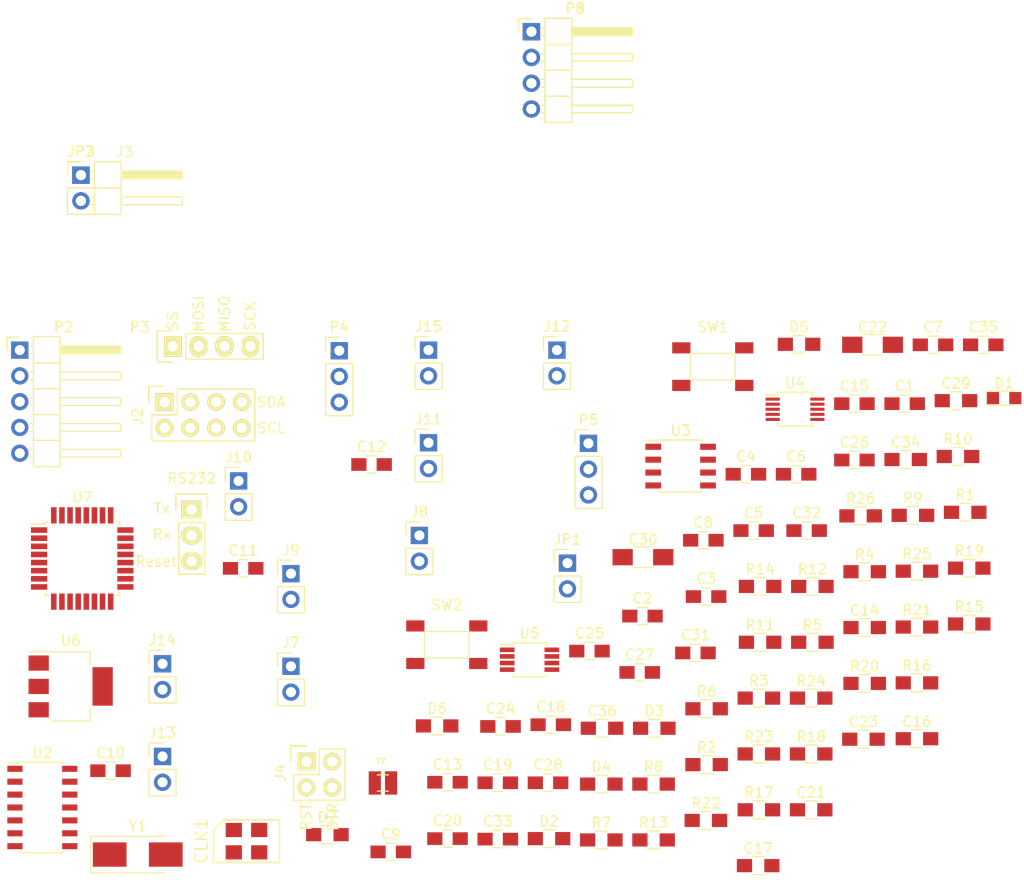
<source format=kicad_pcb>
(kicad_pcb (version 4) (host pcbnew 4.0.6)
  (layers (0 F.Cu signal) (31 B.Cu signal) (34 B.Paste user) (35 F.Paste user) (36 B.SilkS user) (37 F.SilkS user) (38 B.Mask user) (39 F.Mask user) (44 Edge.Cuts user))
  (net 0 "")
  (net 1 /RLD)
  (net 2 /REFOUT)
  (net 3 /SW)
  (net 4 "Net-(C3-Pad1)")
  (net 5 /OPAMP+)
  (net 6 /OUT_ANALOG)
  (net 7 "Net-(C5-Pad2)")
  (net 8 /REFIN)
  (net 9 /GND)
  (net 10 +vs)
  (net 11 /+12V)
  (net 12 /ADC)
  (net 13 /+5V)
  (net 14 /VDD_F)
  (net 15 /VDD)
  (net 16 "Net-(C18-Pad1)")
  (net 17 "Net-(C19-Pad1)")
  (net 18 /XTAL1)
  (net 19 /-12V)
  (net 20 /DTR)
  (net 21 /RESET)
  (net 22 "Net-(C25-Pad1)")
  (net 23 /XTAL2)
  (net 24 "Net-(C32-Pad2)")
  (net 25 "Net-(C33-Pad1)")
  (net 26 "Net-(C34-Pad1)")
  (net 27 "Net-(C36-Pad1)")
  (net 28 "Net-(CLK1-Pad1)")
  (net 29 /MCLK_DDS_1)
  (net 30 "Net-(D1-Pad2)")
  (net 31 "Net-(D2-Pad1)")
  (net 32 "Net-(D3-Pad1)")
  (net 33 "Net-(D4-Pad1)")
  (net 34 "Net-(D5-Pad1)")
  (net 35 "Net-(D6-Pad1)")
  (net 36 "Net-(D7-Pad1)")
  (net 37 /Tx)
  (net 38 /Rx)
  (net 39 /SCL)
  (net 40 /SDA)
  (net 41 "Net-(J8-Pad1)")
  (net 42 "Net-(J9-Pad1)")
  (net 43 "Net-(J10-Pad1)")
  (net 44 "Net-(J10-Pad2)")
  (net 45 "Net-(J12-Pad1)")
  (net 46 /BASE_WAVE)
  (net 47 "Net-(J13-Pad2)")
  (net 48 /WAVE_DDS_1)
  (net 49 "Net-(J15-Pad2)")
  (net 50 /SS)
  (net 51 /MOSI)
  (net 52 /MISO)
  (net 53 /SCK)
  (net 54 RA)
  (net 55 LA)
  (net 56 "Net-(R10-Pad2)")
  (net 57 /IAOUT)
  (net 58 "Net-(R13-Pad2)")
  (net 59 /SDN)
  (net 60 "Net-(JP1-Pad2)")
  (net 61 /MCLR/Vpp)
  (net 62 /O_DIG2)
  (net 63 /O_DIG1)
  (net 64 /ICSPCLK)
  (net 65 /ICSPDAT)
  (module Capacitors_SMD:C_0805_HandSoldering (layer F.Cu) (at 196.955001 72.605)
    (fp_text reference C1 (at 0 -1.75) (layer F.SilkS))
    (fp_text value 1nF)
    (pad 1 smd rect (at -1.25 0) (size 1.5 1.25) (layers F.Cu F.Paste F.Mask))
    (pad 2 smd rect (at 1.25 0) (size 1.5 1.25) (layers F.Cu F.Paste F.Mask) (net 1 /RLD))
  )
  (module Capacitors_SMD:C_0805_HandSoldering (layer F.Cu) (at 171.127619 93.525)
    (fp_text reference C2 (at 0 -1.75) (layer F.SilkS))
    (fp_text value 0.33uF)
    (pad 1 smd rect (at -1.25 0) (size 1.5 1.25) (layers F.Cu F.Paste F.Mask) (net 2 /REFOUT))
    (pad 2 smd rect (at 1.25 0) (size 1.5 1.25) (layers F.Cu F.Paste F.Mask) (net 3 /SW))
  )
  (module Capacitors_SMD:C_0805_HandSoldering (layer F.Cu) (at 177.397619 91.605)
    (fp_text reference C3 (at 0 -1.75) (layer F.SilkS))
    (fp_text value 0.33uF)
    (pad 1 smd rect (at -1.25 0) (size 1.5 1.25) (layers F.Cu F.Paste F.Mask) (net 4 "Net-(C3-Pad1)"))
    (pad 2 smd rect (at 1.25 0) (size 1.5 1.25) (layers F.Cu F.Paste F.Mask))
  )
  (module Capacitors_SMD:C_0805_HandSoldering (layer F.Cu) (at 181.315001 79.555)
    (fp_text reference C4 (at 0 -1.75) (layer F.SilkS))
    (fp_text value 10nF)
    (pad 1 smd rect (at -1.25 0) (size 1.5 1.25) (layers F.Cu F.Paste F.Mask) (net 2 /REFOUT))
    (pad 2 smd rect (at 1.25 0) (size 1.5 1.25) (layers F.Cu F.Paste F.Mask) (net 5 /OPAMP+))
  )
  (module Capacitors_SMD:C_0805_HandSoldering (layer F.Cu) (at 182.075001 85.105)
    (fp_text reference C5 (at 0 -1.75) (layer F.SilkS))
    (fp_text value 1.5nF)
    (pad 1 smd rect (at -1.25 0) (size 1.5 1.25) (layers F.Cu F.Paste F.Mask) (net 6 /OUT_ANALOG))
    (pad 2 smd rect (at 1.25 0) (size 1.5 1.25) (layers F.Cu F.Paste F.Mask) (net 7 "Net-(C5-Pad2)"))
  )
  (module Capacitors_SMD:C_0805_HandSoldering (layer F.Cu) (at 186.265001 79.555)
    (fp_text reference C6 (at 0 -1.75) (layer F.SilkS))
    (fp_text value 0.1uF)
    (pad 1 smd rect (at -1.25 0) (size 1.5 1.25) (layers F.Cu F.Paste F.Mask) (net 8 /REFIN))
    (pad 2 smd rect (at 1.25 0) (size 1.5 1.25) (layers F.Cu F.Paste F.Mask) (net 9 /GND))
  )
  (module Capacitors_SMD:C_0805_HandSoldering (layer F.Cu) (at 199.745001 66.805)
    (fp_text reference C7 (at 0 -1.75) (layer F.SilkS))
    (fp_text value 0.1uF)
    (pad 1 smd rect (at -1.25 0) (size 1.5 1.25) (layers F.Cu F.Paste F.Mask) (net 9 /GND))
    (pad 2 smd rect (at 1.25 0) (size 1.5 1.25) (layers F.Cu F.Paste F.Mask) (net 10 +vs))
  )
  (module Capacitors_SMD:C_0805_HandSoldering (layer F.Cu) (at 177.125001 86.055)
    (fp_text reference C8 (at 0 -1.75) (layer F.SilkS))
    (fp_text value 0.1uF)
    (pad 1 smd rect (at -1.25 0) (size 1.5 1.25) (layers F.Cu F.Paste F.Mask) (net 11 /+12V))
    (pad 2 smd rect (at 1.25 0) (size 1.5 1.25) (layers F.Cu F.Paste F.Mask) (net 9 /GND))
  )
  (module Capacitors_SMD:C_0805_HandSoldering (layer F.Cu) (at 146.335001 116.755)
    (fp_text reference C9 (at 0 -1.75) (layer F.SilkS))
    (fp_text value 10uF)
    (pad 1 smd rect (at -1.25 0) (size 1.5 1.25) (layers F.Cu F.Paste F.Mask) (net 11 /+12V))
    (pad 2 smd rect (at 1.25 0) (size 1.5 1.25) (layers F.Cu F.Paste F.Mask) (net 9 /GND))
  )
  (module Capacitors_SMD:C_0805_HandSoldering (layer F.Cu) (at 118.735001 108.755)
    (fp_text reference C10 (at 0 -1.75) (layer F.SilkS))
    (fp_text value 0.1uF)
    (pad 1 smd rect (at -1.25 0) (size 1.5 1.25) (layers F.Cu F.Paste F.Mask) (net 12 /ADC))
    (pad 2 smd rect (at 1.25 0) (size 1.5 1.25) (layers F.Cu F.Paste F.Mask) (net 9 /GND))
  )
  (module Capacitors_SMD:C_0805_HandSoldering (layer F.Cu) (at 131.795001 88.825)
    (fp_text reference C11 (at 0 -1.75) (layer F.SilkS))
    (fp_text value 0.1uF)
    (pad 1 smd rect (at -1.25 0) (size 1.5 1.25) (layers F.Cu F.Paste F.Mask) (net 13 /+5V))
    (pad 2 smd rect (at 1.25 0) (size 1.5 1.25) (layers F.Cu F.Paste F.Mask) (net 9 /GND))
  )
  (module Capacitors_SMD:C_0805_HandSoldering (layer F.Cu) (at 144.445001 78.595)
    (fp_text reference C12 (at 0 -1.75) (layer F.SilkS))
    (fp_text value 10uF)
    (pad 1 smd rect (at -1.25 0) (size 1.5 1.25) (layers F.Cu F.Paste F.Mask) (net 13 /+5V))
    (pad 2 smd rect (at 1.25 0) (size 1.5 1.25) (layers F.Cu F.Paste F.Mask) (net 9 /GND))
  )
  (module Capacitors_SMD:C_0805_HandSoldering (layer F.Cu) (at 151.925001 109.895)
    (fp_text reference C13 (at 0 -1.75) (layer F.SilkS))
    (fp_text value 0.1uF)
    (pad 1 smd rect (at -1.25 0) (size 1.5 1.25) (layers F.Cu F.Paste F.Mask) (net 14 /VDD_F))
    (pad 2 smd rect (at 1.25 0) (size 1.5 1.25) (layers F.Cu F.Paste F.Mask) (net 9 /GND))
  )
  (module Resistors_SMD:R_0805_HandSoldering (layer F.Cu) (at 193.015001 94.655)
    (fp_text reference C14 (at 0 -1.7) (layer F.SilkS))
    (fp_text value 0.1uF)
    (pad 1 smd rect (at -1.35 0) (size 1.5 1.3) (layers F.Cu F.Paste F.Mask) (net 15 /VDD))
    (pad 2 smd rect (at 1.35 0) (size 1.5 1.3) (layers F.Cu F.Paste F.Mask) (net 9 /GND))
  )
  (module Capacitors_SMD:C_0805_HandSoldering (layer F.Cu) (at 192.005001 72.605)
    (fp_text reference C15 (at 0 -1.75) (layer F.SilkS))
    (fp_text value 10uF)
    (pad 1 smd rect (at -1.25 0) (size 1.5 1.25) (layers F.Cu F.Paste F.Mask) (net 14 /VDD_F))
    (pad 2 smd rect (at 1.25 0) (size 1.5 1.25) (layers F.Cu F.Paste F.Mask) (net 9 /GND))
  )
  (module Resistors_SMD:R_0805_HandSoldering (layer F.Cu) (at 198.165001 105.605)
    (fp_text reference C16 (at 0 -1.7) (layer F.SilkS))
    (fp_text value 0.1uF)
    (pad 1 smd rect (at -1.35 0) (size 1.5 1.3) (layers F.Cu F.Paste F.Mask) (net 15 /VDD))
    (pad 2 smd rect (at 1.35 0) (size 1.5 1.3) (layers F.Cu F.Paste F.Mask) (net 9 /GND))
  )
  (module Resistors_SMD:R_0805_HandSoldering (layer F.Cu) (at 182.525001 118.105)
    (fp_text reference C17 (at 0 -1.7) (layer F.SilkS))
    (fp_text value 0.1uF)
    (pad 1 smd rect (at -1.35 0) (size 1.5 1.3) (layers F.Cu F.Paste F.Mask) (net 15 /VDD))
    (pad 2 smd rect (at 1.35 0) (size 1.5 1.3) (layers F.Cu F.Paste F.Mask) (net 9 /GND))
  )
  (module Capacitors_SMD:C_0805_HandSoldering (layer F.Cu) (at 162.095001 104.225)
    (fp_text reference C18 (at 0 -1.75) (layer F.SilkS))
    (fp_text value 22pF)
    (pad 1 smd rect (at -1.25 0) (size 1.5 1.25) (layers F.Cu F.Paste F.Mask) (net 16 "Net-(C18-Pad1)"))
    (pad 2 smd rect (at 1.25 0) (size 1.5 1.25) (layers F.Cu F.Paste F.Mask) (net 9 /GND))
  )
  (module Capacitors_SMD:C_0805_HandSoldering (layer F.Cu) (at 156.875001 109.945)
    (fp_text reference C19 (at 0 -1.75) (layer F.SilkS))
    (fp_text value 22pF)
    (pad 1 smd rect (at -1.25 0) (size 1.5 1.25) (layers F.Cu F.Paste F.Mask) (net 17 "Net-(C19-Pad1)"))
    (pad 2 smd rect (at 1.25 0) (size 1.5 1.25) (layers F.Cu F.Paste F.Mask) (net 9 /GND))
  )
  (module Capacitors_SMD:C_0805_HandSoldering (layer F.Cu) (at 151.925001 115.445)
    (fp_text reference C20 (at 0 -1.75) (layer F.SilkS))
    (fp_text value 0.1uF)
    (pad 1 smd rect (at -1.25 0) (size 1.5 1.25) (layers F.Cu F.Paste F.Mask) (net 15 /VDD))
    (pad 2 smd rect (at 1.25 0) (size 1.5 1.25) (layers F.Cu F.Paste F.Mask) (net 9 /GND))
  )
  (module Resistors_SMD:R_0805_HandSoldering (layer F.Cu) (at 187.745001 112.605)
    (fp_text reference C21 (at 0 -1.7) (layer F.SilkS))
    (fp_text value 8pF)
    (pad 1 smd rect (at -1.35 0) (size 1.5 1.3) (layers F.Cu F.Paste F.Mask) (net 18 /XTAL1))
    (pad 2 smd rect (at 1.35 0) (size 1.5 1.3) (layers F.Cu F.Paste F.Mask) (net 9 /GND))
  )
  (module Capacitors_SMD:C_1206_HandSoldering (layer F.Cu) (at 193.795001 66.805)
    (fp_text reference C22 (at 0 -1.75) (layer F.SilkS))
    (fp_text value 10uF)
    (pad 1 smd rect (at -2 0) (size 2 1.6) (layers F.Cu F.Paste F.Mask) (net 9 /GND))
    (pad 2 smd rect (at 2 0) (size 2 1.6) (layers F.Cu F.Paste F.Mask) (net 19 /-12V))
  )
  (module Resistors_SMD:R_0805_HandSoldering (layer F.Cu) (at 192.895001 105.655)
    (fp_text reference C23 (at 0 -1.7) (layer F.SilkS))
    (fp_text value 0.1uF)
    (pad 1 smd rect (at -1.35 0) (size 1.5 1.3) (layers F.Cu F.Paste F.Mask) (net 20 /DTR))
    (pad 2 smd rect (at 1.35 0) (size 1.5 1.3) (layers F.Cu F.Paste F.Mask) (net 21 /RESET))
  )
  (module Capacitors_SMD:C_0805_HandSoldering (layer F.Cu) (at 157.145001 104.395)
    (fp_text reference C24 (at 0 -1.75) (layer F.SilkS))
    (fp_text value 0.1uF)
    (pad 1 smd rect (at -1.25 0) (size 1.5 1.25) (layers F.Cu F.Paste F.Mask) (net 19 /-12V))
    (pad 2 smd rect (at 1.25 0) (size 1.5 1.25) (layers F.Cu F.Paste F.Mask) (net 9 /GND))
  )
  (module Capacitors_SMD:C_0805_HandSoldering (layer F.Cu) (at 165.905001 96.975)
    (fp_text reference C25 (at 0 -1.75) (layer F.SilkS))
    (fp_text value 10uF)
    (pad 1 smd rect (at -1.25 0) (size 1.5 1.25) (layers F.Cu F.Paste F.Mask) (net 22 "Net-(C25-Pad1)"))
    (pad 2 smd rect (at 1.25 0) (size 1.5 1.25) (layers F.Cu F.Paste F.Mask) (net 9 /GND))
  )
  (module Capacitors_SMD:C_0805_HandSoldering (layer F.Cu) (at 192.005001 78.155)
    (fp_text reference C26 (at 0 -1.75) (layer F.SilkS))
    (fp_text value 0.1uF)
    (pad 1 smd rect (at -1.25 0) (size 1.5 1.25) (layers F.Cu F.Paste F.Mask) (net 22 "Net-(C25-Pad1)"))
    (pad 2 smd rect (at 1.25 0) (size 1.5 1.25) (layers F.Cu F.Paste F.Mask) (net 9 /GND))
  )
  (module Capacitors_SMD:C_0805_HandSoldering (layer F.Cu) (at 170.855001 99.075)
    (fp_text reference C27 (at 0 -1.75) (layer F.SilkS))
    (fp_text value 0.1uF)
    (pad 1 smd rect (at -1.25 0) (size 1.5 1.25) (layers F.Cu F.Paste F.Mask) (net 15 /VDD))
    (pad 2 smd rect (at 1.25 0) (size 1.5 1.25) (layers F.Cu F.Paste F.Mask) (net 9 /GND))
  )
  (module Capacitors_SMD:C_0805_HandSoldering (layer F.Cu) (at 161.825001 109.945)
    (fp_text reference C28 (at 0 -1.75) (layer F.SilkS))
    (fp_text value 0.1uF)
    (pad 1 smd rect (at -1.25 0) (size 1.5 1.25) (layers F.Cu F.Paste F.Mask) (net 9 /GND))
    (pad 2 smd rect (at 1.25 0) (size 1.5 1.25) (layers F.Cu F.Paste F.Mask) (net 11 /+12V))
  )
  (module Resistors_SMD:R_0805_HandSoldering (layer F.Cu) (at 202.005001 72.305)
    (fp_text reference C29 (at 0 -1.7) (layer F.SilkS))
    (fp_text value 8pF)
    (pad 1 smd rect (at -1.35 0) (size 1.5 1.3) (layers F.Cu F.Paste F.Mask) (net 23 /XTAL2))
    (pad 2 smd rect (at 1.35 0) (size 1.5 1.3) (layers F.Cu F.Paste F.Mask) (net 9 /GND))
  )
  (module Capacitors_SMD:C_1206_HandSoldering (layer F.Cu) (at 171.175001 87.725)
    (fp_text reference C30 (at 0 -1.75) (layer F.SilkS))
    (fp_text value 10uF)
    (pad 1 smd rect (at -2 0) (size 2 1.6) (layers F.Cu F.Paste F.Mask) (net 9 /GND))
    (pad 2 smd rect (at 2 0) (size 2 1.6) (layers F.Cu F.Paste F.Mask) (net 11 /+12V))
  )
  (module Capacitors_SMD:C_0805_HandSoldering (layer F.Cu) (at 176.345001 97.155)
    (fp_text reference C31 (at 0 -1.75) (layer F.SilkS))
    (fp_text value 0.1uF)
    (pad 1 smd rect (at -1.25 0) (size 1.5 1.25) (layers F.Cu F.Paste F.Mask) (net 15 /VDD))
    (pad 2 smd rect (at 1.25 0) (size 1.5 1.25) (layers F.Cu F.Paste F.Mask) (net 9 /GND))
  )
  (module Capacitors_SMD:C_0805_HandSoldering (layer F.Cu) (at 187.297619 85.105)
    (fp_text reference C32 (at 0 -1.75) (layer F.SilkS))
    (fp_text value 0.01uF)
    (pad 1 smd rect (at -1.25 0) (size 1.5 1.25) (layers F.Cu F.Paste F.Mask) (net 15 /VDD))
    (pad 2 smd rect (at 1.25 0) (size 1.5 1.25) (layers F.Cu F.Paste F.Mask) (net 24 "Net-(C32-Pad2)"))
  )
  (module Capacitors_SMD:C_0805_HandSoldering (layer F.Cu) (at 156.875001 115.495)
    (fp_text reference C33 (at 0 -1.75) (layer F.SilkS))
    (fp_text value 20pF)
    (pad 1 smd rect (at -1.25 0) (size 1.5 1.25) (layers F.Cu F.Paste F.Mask) (net 25 "Net-(C33-Pad1)"))
    (pad 2 smd rect (at 1.25 0) (size 1.5 1.25) (layers F.Cu F.Paste F.Mask) (net 9 /GND))
  )
  (module Resistors_SMD:R_0805_HandSoldering (layer F.Cu) (at 197.055001 78.105)
    (fp_text reference C34 (at 0 -1.7) (layer F.SilkS))
    (fp_text value 0.1uF)
    (pad 1 smd rect (at -1.35 0) (size 1.5 1.3) (layers F.Cu F.Paste F.Mask) (net 26 "Net-(C34-Pad1)"))
    (pad 2 smd rect (at 1.35 0) (size 1.5 1.3) (layers F.Cu F.Paste F.Mask) (net 9 /GND))
  )
  (module Capacitors_SMD:C_0805_HandSoldering (layer F.Cu) (at 204.695001 66.805)
    (fp_text reference C35 (at 0 -1.75) (layer F.SilkS))
    (fp_text value 0.1uF)
    (pad 1 smd rect (at -1.25 0) (size 1.5 1.25) (layers F.Cu F.Paste F.Mask) (net 9 /GND))
    (pad 2 smd rect (at 1.25 0) (size 1.5 1.25) (layers F.Cu F.Paste F.Mask) (net 15 /VDD))
  )
  (module Resistors_SMD:R_0805_HandSoldering (layer F.Cu) (at 167.145001 104.575)
    (fp_text reference C36 (at 0 -1.7) (layer F.SilkS))
    (fp_text value 10uF)
    (pad 1 smd rect (at -1.35 0) (size 1.5 1.3) (layers F.Cu F.Paste F.Mask) (net 27 "Net-(C36-Pad1)"))
    (pad 2 smd rect (at 1.35 0) (size 1.5 1.3) (layers F.Cu F.Paste F.Mask) (net 9 /GND))
  )
  (module Foot_Prints_PCB_OSCILLATOR:KC5032A_Foot_Print (layer F.Cu) (at 132.125 115.697143)
    (fp_text reference CLK1 (at -4.45 0 90) (layer F.SilkS) (effects (font (size 1.2 1.2))))
    (fp_text value KC5032A)
    (pad 4 smd rect (at -1.25 -1.1) (size 1.6 1.4) (layers F.Cu F.Paste F.Mask) (net 15 /VDD))
    (pad 1 smd rect (at -1.25 1.1) (size 1.6 1.4) (layers F.Cu F.Paste F.Mask) (net 28 "Net-(CLK1-Pad1)"))
    (pad 3 smd rect (at 1.25 -1.1) (size 1.6 1.4) (layers F.Cu F.Paste F.Mask) (net 29 /MCLK_DDS_1))
    (pad 2 smd rect (at 1.25 1.1) (size 1.6 1.4) (layers F.Cu F.Paste F.Mask) (net 9 /GND))
  )
  (module LEDs:LED_0805 (layer F.Cu) (at 206.755001 72.055)
    (fp_text reference D1 (at 0 -1.45) (layer F.SilkS))
    (fp_text value LED)
    (pad 2 smd rect (at 1.1 0 180) (size 1.2 1.2) (layers F.Cu F.Paste F.Mask) (net 30 "Net-(D1-Pad2)"))
    (pad 1 smd rect (at -1.1 0 180) (size 1.2 1.2) (layers F.Cu F.Paste F.Mask) (net 9 /GND))
  )
  (module Resistors_SMD:R_0805_HandSoldering (layer F.Cu) (at 161.925001 115.445)
    (fp_text reference D2 (at 0 -1.7) (layer F.SilkS))
    (fp_text value 12V)
    (pad 1 smd rect (at -1.35 0) (size 1.5 1.3) (layers F.Cu F.Paste F.Mask) (net 31 "Net-(D2-Pad1)"))
    (pad 2 smd rect (at 1.35 0) (size 1.5 1.3) (layers F.Cu F.Paste F.Mask) (net 11 /+12V))
  )
  (module Resistors_SMD:R_0805_HandSoldering (layer F.Cu) (at 172.295001 104.575)
    (fp_text reference D3 (at 0 -1.7) (layer F.SilkS))
    (fp_text value 5V)
    (pad 1 smd rect (at -1.35 0) (size 1.5 1.3) (layers F.Cu F.Paste F.Mask) (net 32 "Net-(D3-Pad1)"))
    (pad 2 smd rect (at 1.35 0) (size 1.5 1.3) (layers F.Cu F.Paste F.Mask) (net 15 /VDD))
  )
  (module Resistors_SMD:R_0805_HandSoldering (layer F.Cu) (at 167.075001 110.075)
    (fp_text reference D4 (at 0 -1.7) (layer F.SilkS))
    (fp_text value VDD)
    (pad 1 smd rect (at -1.35 0) (size 1.5 1.3) (layers F.Cu F.Paste F.Mask) (net 33 "Net-(D4-Pad1)"))
    (pad 2 smd rect (at 1.35 0) (size 1.5 1.3) (layers F.Cu F.Paste F.Mask) (net 9 /GND))
  )
  (module Resistors_SMD:R_0805_HandSoldering (layer F.Cu) (at 186.551429 66.755)
    (fp_text reference D5 (at 0 -1.7) (layer F.SilkS))
    (fp_text value Led_0805)
    (pad 1 smd rect (at -1.35 0) (size 1.5 1.3) (layers F.Cu F.Paste F.Mask) (net 34 "Net-(D5-Pad1)"))
    (pad 2 smd rect (at 1.35 0) (size 1.5 1.3) (layers F.Cu F.Paste F.Mask) (net 9 /GND))
  )
  (module Resistors_SMD:R_0805_HandSoldering (layer F.Cu) (at 150.901429 104.345)
    (fp_text reference D6 (at 0 -1.7) (layer F.SilkS))
    (fp_text value Led_0805)
    (pad 1 smd rect (at -1.35 0) (size 1.5 1.3) (layers F.Cu F.Paste F.Mask) (net 35 "Net-(D6-Pad1)"))
    (pad 2 smd rect (at 1.35 0) (size 1.5 1.3) (layers F.Cu F.Paste F.Mask) (net 14 /VDD_F))
  )
  (module Resistors_SMD:R_0805_HandSoldering (layer F.Cu) (at 140.091429 115.055)
    (fp_text reference D7 (at 0 -1.7) (layer F.SilkS))
    (fp_text value Led_0805)
    (pad 1 smd rect (at -1.35 0) (size 1.5 1.3) (layers F.Cu F.Paste F.Mask) (net 36 "Net-(D7-Pad1)"))
    (pad 2 smd rect (at 1.35 0) (size 1.5 1.3) (layers F.Cu F.Paste F.Mask) (net 11 /+12V))
  )
  (module Foot_Prints_Manager_Outputs:RS232 (layer F.Cu) (at 126.724762 83.045)
    (fp_text reference J1)
    (fp_text value RS232 (at 0 -3.1) (layer F.SilkS))
    (fp_text user Tx (at -2.93212 -0.12192) (layer F.SilkS))
    (fp_text user Rx (at -2.93212 2.41808) (layer F.SilkS))
    (fp_text user Reset (at -3.50012 5.11048) (layer F.SilkS))
    (pad 1 thru_hole rect (at 0 0) (size 2.032 1.7272) (drill 1.016) (layers *.Cu *.Mask F.SilkS) (net 37 /Tx))
    (pad 2 thru_hole oval (at 0 2.54) (size 2.032 1.7272) (drill 1.016) (layers *.Cu *.Mask F.SilkS) (net 38 /Rx))
    (pad 3 thru_hole oval (at 0 5.08) (size 2.032 1.7272) (drill 1.016) (layers *.Cu *.Mask F.SilkS) (net 9 /GND))
  )
  (module Foot_Prints_Manager_Outputs:I2C_2X4 (layer F.Cu) (at 124.05184 72.44516)
    (fp_text reference J2 (at -2.65684 1.4224 90) (layer F.SilkS))
    (fp_text value I2C)
    (fp_text user SCL (at 10.5 2.54) (layer F.SilkS))
    (fp_text user SDA (at 10.5 0) (layer F.SilkS))
    (pad 1 thru_hole rect (at 0 0) (size 1.7272 1.7272) (drill 1.016) (layers *.Cu *.Mask F.SilkS) (net 39 /SCL))
    (pad 2 thru_hole oval (at 0 2.54) (size 1.7272 1.7272) (drill 1.016) (layers *.Cu *.Mask F.SilkS) (net 40 /SDA))
    (pad 1 thru_hole oval (at 2.54 0) (size 1.7272 1.7272) (drill 1.016) (layers *.Cu *.Mask F.SilkS) (net 39 /SCL))
    (pad 2 thru_hole oval (at 2.54 2.54) (size 1.7272 1.7272) (drill 1.016) (layers *.Cu *.Mask F.SilkS) (net 40 /SDA))
    (pad 1 thru_hole oval (at 5.08 0) (size 1.7272 1.7272) (drill 1.016) (layers *.Cu *.Mask F.SilkS) (net 39 /SCL))
    (pad 2 thru_hole oval (at 5.08 2.54) (size 1.7272 1.7272) (drill 1.016) (layers *.Cu *.Mask F.SilkS) (net 40 /SDA))
    (pad 1 thru_hole oval (at 7.62 0) (size 1.7272 1.7272) (drill 1.016) (layers *.Cu *.Mask F.SilkS) (net 39 /SCL))
    (pad 2 thru_hole oval (at 7.62 2.54) (size 1.7272 1.7272) (drill 1.016) (layers *.Cu *.Mask F.SilkS) (net 40 /SDA))
  )
  (module Foot_Prints_Manager_Outputs:RESET_CONNECTOR (layer F.Cu) (at 138.02548 107.86484)
    (fp_text reference J4 (at -2.57048 1.08712 90) (layer F.SilkS))
    (fp_text value RESET)
    (fp_text user RST (at -0.02032 5.42544 90) (layer F.SilkS))
    (fp_text user DTR (at 2.60604 5.44068 90) (layer F.SilkS))
    (pad 1 thru_hole rect (at 0 0) (size 1.7272 1.7272) (drill 1.016) (layers *.Cu *.Mask F.SilkS) (net 21 /RESET))
    (pad 1 thru_hole oval (at 0 2.54) (size 1.7272 1.7272) (drill 1.016) (layers *.Cu *.Mask F.SilkS) (net 21 /RESET))
    (pad 2 thru_hole oval (at 2.54 0) (size 1.7272 1.7272) (drill 1.016) (layers *.Cu *.Mask F.SilkS) (net 20 /DTR))
    (pad 2 thru_hole oval (at 2.54 2.54) (size 1.7272 1.7272) (drill 1.016) (layers *.Cu *.Mask F.SilkS) (net 20 /DTR))
  )
  (module Pin_Headers:Pin_Header_Straight_1x02_Pitch2.54mm (layer F.Cu) (at 163.741905 88.305)
    (fp_text reference JP1 (at 0 -2.33) (layer F.SilkS))
    (fp_text value PASO_A/D)
    (pad 1 thru_hole rect (at 0 0) (size 1.7 1.7) (drill 1) (layers *.Cu *.Mask) (net 6 /OUT_ANALOG))
    (pad 2 thru_hole oval (at 0 2.54) (size 1.7 1.7) (drill 1) (layers *.Cu *.Mask) (net 60 "Net-(JP1-Pad2)"))
  )
  (module Pin_Headers:Pin_Header_Angled_1x05_Pitch2.54mm (layer F.Cu) (at 109.795001 67.325)
    (fp_text reference P2 (at 4.315 -2.27) (layer F.SilkS))
    (fp_text value PIC_PROGRAMER)
    (pad 1 thru_hole rect (at 0 0) (size 1.7 1.7) (drill 1) (layers *.Cu *.Mask) (net 61 /MCLR/Vpp))
    (pad 2 thru_hole oval (at 0 2.54) (size 1.7 1.7) (drill 1) (layers *.Cu *.Mask) (net 15 /VDD))
    (pad 3 thru_hole oval (at 0 5.08) (size 1.7 1.7) (drill 1) (layers *.Cu *.Mask) (net 9 /GND))
    (pad 4 thru_hole oval (at 0 7.62) (size 1.7 1.7) (drill 1) (layers *.Cu *.Mask) (net 65 /ICSPDAT))
    (pad 5 thru_hole oval (at 0 10.16) (size 1.7 1.7) (drill 1) (layers *.Cu *.Mask) (net 64 /ICSPCLK))
  )
  (module Foot_Prints_Manager_Outputs:SPI_CONNECTOR (layer F.Cu) (at 124.87279 66.95492)
    (fp_text reference P3 (at -3.2766 -1.89992) (layer F.SilkS))
    (fp_text value SPI)
    (fp_text user SS (at 0 -2.5 90) (layer F.SilkS))
    (fp_text user MOSI (at 2.54 -3.2 90) (layer F.SilkS))
    (fp_text user MISO (at 5.08 -3.2 90) (layer F.SilkS))
    (fp_text user SCK (at 7.62 -3 90) (layer F.SilkS))
    (pad 1 thru_hole rect (at 0 0) (size 1.7272 2.032) (drill 1.016) (layers *.Cu *.Mask F.SilkS) (net 50 /SS))
    (pad 2 thru_hole oval (at 2.54 0) (size 1.7272 2.032) (drill 1.016) (layers *.Cu *.Mask F.SilkS) (net 51 /MOSI))
    (pad 3 thru_hole oval (at 5.08 0) (size 1.7272 2.032) (drill 1.016) (layers *.Cu *.Mask F.SilkS) (net 52 /MISO))
    (pad 4 thru_hole oval (at 7.62 0) (size 1.7272 2.032) (drill 1.016) (layers *.Cu *.Mask F.SilkS) (net 53 /SCK))
  )
  (module Pin_Headers:Pin_Header_Straight_1x03_Pitch2.54mm (layer F.Cu) (at 141.261429 67.385)
    (fp_text reference P4 (at 0 -2.33) (layer F.SilkS))
    (fp_text value AD8232_CONTROL)
    (pad 1 thru_hole rect (at 0 0) (size 1.7 1.7) (drill 1) (layers *.Cu *.Mask) (net 59 /SDN))
    (pad 2 thru_hole oval (at 0 2.54) (size 1.7 1.7) (drill 1) (layers *.Cu *.Mask))
    (pad 3 thru_hole oval (at 0 5.08) (size 1.7 1.7) (drill 1) (layers *.Cu *.Mask))
  )
  (module Pin_Headers:Pin_Header_Straight_1x03_Pitch2.54mm (layer F.Cu) (at 165.808571 76.515)
    (fp_text reference P5 (at 0 -2.33) (layer F.SilkS))
    (fp_text value PIC_OUTPUTS)
    (pad 1 thru_hole rect (at 0 0) (size 1.7 1.7) (drill 1) (layers *.Cu *.Mask) (net 9 /GND))
    (pad 2 thru_hole oval (at 0 2.54) (size 1.7 1.7) (drill 1) (layers *.Cu *.Mask) (net 63 /O_DIG1))
    (pad 3 thru_hole oval (at 0 5.08) (size 1.7 1.7) (drill 1) (layers *.Cu *.Mask) (net 62 /O_DIG2))
  )
  (module Resistors_SMD:R_0805_HandSoldering (layer F.Cu) (at 202.915001 83.305)
    (fp_text reference R1 (at 0 -1.7) (layer F.SilkS))
    (fp_text value 10M)
    (pad 1 smd rect (at -1.35 0) (size 1.5 1.3) (layers F.Cu F.Paste F.Mask) (net 15 /VDD))
    (pad 2 smd rect (at 1.35 0) (size 1.5 1.3) (layers F.Cu F.Paste F.Mask) (net 54 RA))
  )
  (module Resistors_SMD:R_0805_HandSoldering (layer F.Cu) (at 177.445001 108.155)
    (fp_text reference R2 (at 0 -1.7) (layer F.SilkS))
    (fp_text value 1K)
    (pad 1 smd rect (at -1.35 0) (size 1.5 1.3) (layers F.Cu F.Paste F.Mask) (net 6 /OUT_ANALOG))
    (pad 2 smd rect (at 1.35 0) (size 1.5 1.3) (layers F.Cu F.Paste F.Mask) (net 30 "Net-(D1-Pad2)"))
  )
  (module Resistors_SMD:R_0805_HandSoldering (layer F.Cu) (at 182.595001 101.605)
    (fp_text reference R3 (at 0 -1.7) (layer F.SilkS))
    (fp_text value 360K)
    (pad 1 smd rect (at -1.35 0) (size 1.5 1.3) (layers F.Cu F.Paste F.Mask))
    (pad 2 smd rect (at 1.35 0) (size 1.5 1.3) (layers F.Cu F.Paste F.Mask) (net 1 /RLD))
  )
  (module Resistors_SMD:R_0805_HandSoldering (layer F.Cu) (at 193.015001 89.155)
    (fp_text reference R4 (at 0 -1.7) (layer F.SilkS))
    (fp_text value 10M)
    (pad 1 smd rect (at -1.35 0) (size 1.5 1.3) (layers F.Cu F.Paste F.Mask) (net 15 /VDD))
    (pad 2 smd rect (at 1.35 0) (size 1.5 1.3) (layers F.Cu F.Paste F.Mask) (net 55 LA))
  )
  (module Resistors_SMD:R_0805_HandSoldering (layer F.Cu) (at 187.865001 96.105)
    (fp_text reference R5 (at 0 -1.7) (layer F.SilkS))
    (fp_text value 180K)
    (pad 1 smd rect (at -1.35 0) (size 1.5 1.3) (layers F.Cu F.Paste F.Mask) (net 55 LA))
    (pad 2 smd rect (at 1.35 0) (size 1.5 1.3) (layers F.Cu F.Paste F.Mask))
  )
  (module Resistors_SMD:R_0805_HandSoldering (layer F.Cu) (at 177.445001 102.655)
    (fp_text reference R6 (at 0 -1.7) (layer F.SilkS))
    (fp_text value 180K)
    (pad 1 smd rect (at -1.35 0) (size 1.5 1.3) (layers F.Cu F.Paste F.Mask) (net 54 RA))
    (pad 2 smd rect (at 1.35 0) (size 1.5 1.3) (layers F.Cu F.Paste F.Mask))
  )
  (module Resistors_SMD:R_0805_HandSoldering (layer F.Cu) (at 167.075001 115.575)
    (fp_text reference R7 (at 0 -1.7) (layer F.SilkS))
    (fp_text value 1.4M)
    (pad 1 smd rect (at -1.35 0) (size 1.5 1.3) (layers F.Cu F.Paste F.Mask) (net 56 "Net-(R10-Pad2)"))
    (pad 2 smd rect (at 1.35 0) (size 1.5 1.3) (layers F.Cu F.Paste F.Mask) (net 3 /SW))
  )
  (module Resistors_SMD:R_0805_HandSoldering (layer F.Cu) (at 172.225001 110.075)
    (fp_text reference R8 (at 0 -1.7) (layer F.SilkS))
    (fp_text value 10M)
    (pad 1 smd rect (at -1.35 0) (size 1.5 1.3) (layers F.Cu F.Paste F.Mask) (net 56 "Net-(R10-Pad2)"))
    (pad 2 smd rect (at 1.35 0) (size 1.5 1.3) (layers F.Cu F.Paste F.Mask) (net 4 "Net-(C3-Pad1)"))
  )
  (module Resistors_SMD:R_0805_HandSoldering (layer F.Cu) (at 197.765001 83.605)
    (fp_text reference R9 (at 0 -1.7) (layer F.SilkS))
    (fp_text value 1M)
    (pad 1 smd rect (at -1.35 0) (size 1.5 1.3) (layers F.Cu F.Paste F.Mask) (net 57 /IAOUT))
    (pad 2 smd rect (at 1.35 0) (size 1.5 1.3) (layers F.Cu F.Paste F.Mask) (net 7 "Net-(C5-Pad2)"))
  )
  (module Resistors_SMD:R_0805_HandSoldering (layer F.Cu) (at 202.205001 77.805)
    (fp_text reference R10 (at 0 -1.7) (layer F.SilkS))
    (fp_text value 10M)
    (pad 1 smd rect (at -1.35 0) (size 1.5 1.3) (layers F.Cu F.Paste F.Mask) (net 57 /IAOUT))
    (pad 2 smd rect (at 1.35 0) (size 1.5 1.3) (layers F.Cu F.Paste F.Mask) (net 56 "Net-(R10-Pad2)"))
  )
  (module Resistors_SMD:R_0805_HandSoldering (layer F.Cu) (at 182.715001 96.105)
    (fp_text reference R11 (at 0 -1.7) (layer F.SilkS))
    (fp_text value 1M)
    (pad 1 smd rect (at -1.35 0) (size 1.5 1.3) (layers F.Cu F.Paste F.Mask) (net 5 /OPAMP+))
    (pad 2 smd rect (at 1.35 0) (size 1.5 1.3) (layers F.Cu F.Paste F.Mask) (net 7 "Net-(C5-Pad2)"))
  )
  (module Resistors_SMD:R_0805_HandSoldering (layer F.Cu) (at 187.865001 90.605)
    (fp_text reference R12 (at 0 -1.7) (layer F.SilkS))
    (fp_text value 10M)
    (pad 1 smd rect (at -1.35 0) (size 1.5 1.3) (layers F.Cu F.Paste F.Mask) (net 10 +vs))
    (pad 2 smd rect (at 1.35 0) (size 1.5 1.3) (layers F.Cu F.Paste F.Mask) (net 8 /REFIN))
  )
  (module Resistors_SMD:R_0805_HandSoldering (layer F.Cu) (at 172.225001 115.575)
    (fp_text reference R13 (at 0 -1.7) (layer F.SilkS))
    (fp_text value 100K)
    (pad 1 smd rect (at -1.35 0) (size 1.5 1.3) (layers F.Cu F.Paste F.Mask) (net 2 /REFOUT))
    (pad 2 smd rect (at 1.35 0) (size 1.5 1.3) (layers F.Cu F.Paste F.Mask) (net 58 "Net-(R13-Pad2)"))
  )
  (module Resistors_SMD:R_0805_HandSoldering (layer F.Cu) (at 182.715001 90.605)
    (fp_text reference R14 (at 0 -1.7) (layer F.SilkS))
    (fp_text value 10M)
    (pad 1 smd rect (at -1.35 0) (size 1.5 1.3) (layers F.Cu F.Paste F.Mask) (net 8 /REFIN))
    (pad 2 smd rect (at 1.35 0) (size 1.5 1.3) (layers F.Cu F.Paste F.Mask) (net 9 /GND))
  )
  (module Resistors_SMD:R_0805_HandSoldering (layer F.Cu) (at 203.315001 94.305)
    (fp_text reference R15 (at 0 -1.7) (layer F.SilkS))
    (fp_text value 1M)
    (pad 1 smd rect (at -1.35 0) (size 1.5 1.3) (layers F.Cu F.Paste F.Mask) (net 58 "Net-(R13-Pad2)"))
    (pad 2 smd rect (at 1.35 0) (size 1.5 1.3) (layers F.Cu F.Paste F.Mask) (net 6 /OUT_ANALOG))
  )
  (module Resistors_SMD:R_0805_HandSoldering (layer F.Cu) (at 198.165001 100.105)
    (fp_text reference R16 (at 0 -1.7) (layer F.SilkS))
    (fp_text value 10K)
    (pad 1 smd rect (at -1.35 0) (size 1.5 1.3) (layers F.Cu F.Paste F.Mask) (net 59 /SDN))
    (pad 2 smd rect (at 1.35 0) (size 1.5 1.3) (layers F.Cu F.Paste F.Mask) (net 15 /VDD))
  )
  (module Resistors_SMD:R_0805_HandSoldering (layer F.Cu) (at 182.595001 112.605)
    (fp_text reference R17 (at 0 -1.7) (layer F.SilkS))
    (fp_text value 1K)
    (pad 1 smd rect (at -1.35 0) (size 1.5 1.3) (layers F.Cu F.Paste F.Mask) (net 12 /ADC))
    (pad 2 smd rect (at 1.35 0) (size 1.5 1.3) (layers F.Cu F.Paste F.Mask) (net 60 "Net-(JP1-Pad2)"))
  )
  (module Resistors_SMD:R_0805_HandSoldering (layer F.Cu) (at 187.745001 107.105)
    (fp_text reference R18 (at 0 -1.7) (layer F.SilkS))
    (fp_text value 1K)
    (pad 1 smd rect (at -1.35 0) (size 1.5 1.3) (layers F.Cu F.Paste F.Mask) (net 9 /GND))
    (pad 2 smd rect (at 1.35 0) (size 1.5 1.3) (layers F.Cu F.Paste F.Mask) (net 31 "Net-(D2-Pad1)"))
  )
  (module Resistors_SMD:R_0805_HandSoldering (layer F.Cu) (at 203.315001 88.805)
    (fp_text reference R19 (at 0 -1.7) (layer F.SilkS))
    (fp_text value 1K)
    (pad 1 smd rect (at -1.35 0) (size 1.5 1.3) (layers F.Cu F.Paste F.Mask) (net 9 /GND))
    (pad 2 smd rect (at 1.35 0) (size 1.5 1.3) (layers F.Cu F.Paste F.Mask) (net 32 "Net-(D3-Pad1)"))
  )
  (module Resistors_SMD:R_0805_HandSoldering (layer F.Cu) (at 193.015001 100.155)
    (fp_text reference R20 (at 0 -1.7) (layer F.SilkS))
    (fp_text value 1K)
    (pad 1 smd rect (at -1.35 0) (size 1.5 1.3) (layers F.Cu F.Paste F.Mask) (net 19 /-12V))
    (pad 2 smd rect (at 1.35 0) (size 1.5 1.3) (layers F.Cu F.Paste F.Mask) (net 33 "Net-(D4-Pad1)"))
  )
  (module Resistors_SMD:R_0805_HandSoldering (layer F.Cu) (at 198.165001 94.605)
    (fp_text reference R21 (at 0 -1.7) (layer F.SilkS))
    (fp_text value 10K)
    (pad 1 smd rect (at -1.35 0) (size 1.5 1.3) (layers F.Cu F.Paste F.Mask) (net 9 /GND))
    (pad 2 smd rect (at 1.35 0) (size 1.5 1.3) (layers F.Cu F.Paste F.Mask) (net 28 "Net-(CLK1-Pad1)"))
  )
  (module Resistors_SMD:R_0805_HandSoldering (layer F.Cu) (at 177.375001 113.655)
    (fp_text reference R22 (at 0 -1.7) (layer F.SilkS))
    (fp_text value 1K)
    (pad 1 smd rect (at -1.35 0) (size 1.5 1.3) (layers F.Cu F.Paste F.Mask) (net 9 /GND))
    (pad 2 smd rect (at 1.35 0) (size 1.5 1.3) (layers F.Cu F.Paste F.Mask) (net 35 "Net-(D6-Pad1)"))
  )
  (module Resistors_SMD:R_0805_HandSoldering (layer F.Cu) (at 182.595001 107.105)
    (fp_text reference R23 (at 0 -1.7) (layer F.SilkS))
    (fp_text value 1K)
    (pad 1 smd rect (at -1.35 0) (size 1.5 1.3) (layers F.Cu F.Paste F.Mask) (net 9 /GND))
    (pad 2 smd rect (at 1.35 0) (size 1.5 1.3) (layers F.Cu F.Paste F.Mask) (net 36 "Net-(D7-Pad1)"))
  )
  (module Resistors_SMD:R_0805_HandSoldering (layer F.Cu) (at 187.745001 101.605)
    (fp_text reference R24 (at 0 -1.7) (layer F.SilkS))
    (fp_text value 1K)
    (pad 1 smd rect (at -1.35 0) (size 1.5 1.3) (layers F.Cu F.Paste F.Mask) (net 19 /-12V))
    (pad 2 smd rect (at 1.35 0) (size 1.5 1.3) (layers F.Cu F.Paste F.Mask) (net 34 "Net-(D5-Pad1)"))
  )
  (module Resistors_SMD:R_0805_HandSoldering (layer F.Cu) (at 198.165001 89.105)
    (fp_text reference R25 (at 0 -1.7) (layer F.SilkS))
    (fp_text value 10K)
    (pad 1 smd rect (at -1.35 0) (size 1.5 1.3) (layers F.Cu F.Paste F.Mask) (net 15 /VDD))
    (pad 2 smd rect (at 1.35 0) (size 1.5 1.3) (layers F.Cu F.Paste F.Mask) (net 21 /RESET))
  )
  (module Resistors_SMD:R_0805_HandSoldering (layer F.Cu) (at 192.615001 83.655)
    (fp_text reference R26 (at 0 -1.7) (layer F.SilkS))
    (fp_text value 10K)
    (pad 1 smd rect (at -1.35 0) (size 1.5 1.3) (layers F.Cu F.Paste F.Mask) (net 15 /VDD))
    (pad 2 smd rect (at 1.35 0) (size 1.5 1.3) (layers F.Cu F.Paste F.Mask) (net 61 /MCLR/Vpp))
  )
  (module Huellas:KPT_1187B (layer F.Cu) (at 178.055001 68.955)
    (fp_text reference SW1 (at 0 -3.9) (layer F.SilkS))
    (fp_text value SW_Push)
    (pad 1 smd rect (at 3.1 -1.85) (size 1.8 1.1) (layers F.Cu F.Paste F.Mask) (net 21 /RESET))
    (pad 1 smd rect (at -3.1 -1.85) (size 1.8 1.1) (layers F.Cu F.Paste F.Mask) (net 21 /RESET))
    (pad 2 smd rect (at -3.1 1.85) (size 1.8 1.1) (layers F.Cu F.Paste F.Mask) (net 9 /GND))
    (pad 2 smd rect (at 3.1 1.85) (size 1.8 1.1) (layers F.Cu F.Paste F.Mask) (net 9 /GND))
  )
  (module Huellas:KPT_1187B (layer F.Cu) (at 151.855001 96.345)
    (fp_text reference SW2 (at 0 -3.9) (layer F.SilkS))
    (fp_text value RESET_PIC)
    (pad 1 smd rect (at 3.1 -1.85) (size 1.8 1.1) (layers F.Cu F.Paste F.Mask) (net 9 /GND))
    (pad 1 smd rect (at -3.1 -1.85) (size 1.8 1.1) (layers F.Cu F.Paste F.Mask) (net 9 /GND))
    (pad 2 smd rect (at -3.1 1.85) (size 1.8 1.1) (layers F.Cu F.Paste F.Mask) (net 61 /MCLR/Vpp))
    (pad 2 smd rect (at 3.1 1.85) (size 1.8 1.1) (layers F.Cu F.Paste F.Mask) (net 61 /MCLR/Vpp))
  )
  (module Housings_SOIC:SOIC-14_3.9x8.7mm_Pitch1.27mm (layer F.Cu) (at 112.017619 112.38)
    (fp_text reference U2 (at 0 -5.375) (layer F.SilkS))
    (fp_text value PIC16F688)
    (pad 1 smd rect (at -2.7 -3.81) (size 1.5 0.6) (layers F.Cu F.Paste F.Mask) (net 15 /VDD))
    (pad 2 smd rect (at -2.7 -2.54) (size 1.5 0.6) (layers F.Cu F.Paste F.Mask) (net 16 "Net-(C18-Pad1)"))
    (pad 3 smd rect (at -2.7 -1.27) (size 1.5 0.6) (layers F.Cu F.Paste F.Mask) (net 17 "Net-(C19-Pad1)"))
    (pad 4 smd rect (at -2.7 0) (size 1.5 0.6) (layers F.Cu F.Paste F.Mask) (net 61 /MCLR/Vpp))
    (pad 5 smd rect (at -2.7 1.27) (size 1.5 0.6) (layers F.Cu F.Paste F.Mask))
    (pad 6 smd rect (at -2.7 2.54) (size 1.5 0.6) (layers F.Cu F.Paste F.Mask))
    (pad 7 smd rect (at -2.7 3.81) (size 1.5 0.6) (layers F.Cu F.Paste F.Mask) (net 62 /O_DIG2))
    (pad 8 smd rect (at 2.7 3.81) (size 1.5 0.6) (layers F.Cu F.Paste F.Mask) (net 63 /O_DIG1))
    (pad 9 smd rect (at 2.7 2.54) (size 1.5 0.6) (layers F.Cu F.Paste F.Mask))
    (pad 10 smd rect (at 2.7 1.27) (size 1.5 0.6) (layers F.Cu F.Paste F.Mask))
    (pad 11 smd rect (at 2.7 0) (size 1.5 0.6) (layers F.Cu F.Paste F.Mask) (net 12 /ADC))
    (pad 12 smd rect (at 2.7 -1.27) (size 1.5 0.6) (layers F.Cu F.Paste F.Mask) (net 64 /ICSPCLK))
    (pad 13 smd rect (at 2.7 -2.54) (size 1.5 0.6) (layers F.Cu F.Paste F.Mask) (net 65 /ICSPDAT))
    (pad 14 smd rect (at 2.7 -3.81) (size 1.5 0.6) (layers F.Cu F.Paste F.Mask) (net 9 /GND))
  )
  (module Housings_SOIC:SOIC-8_3.9x4.9mm_Pitch1.27mm (layer F.Cu) (at 174.885001 78.755)
    (fp_text reference U3 (at 0 -3.5) (layer F.SilkS))
    (fp_text value AD8421)
    (pad 1 smd rect (at -2.7 -1.905) (size 1.55 0.6) (layers F.Cu F.Paste F.Mask) (net 9 /GND))
    (pad 2 smd rect (at -2.7 -0.635) (size 1.55 0.6) (layers F.Cu F.Paste F.Mask) (net 41 "Net-(J8-Pad1)"))
    (pad 3 smd rect (at -2.7 0.635) (size 1.55 0.6) (layers F.Cu F.Paste F.Mask) (net 42 "Net-(J9-Pad1)"))
    (pad 4 smd rect (at -2.7 1.905) (size 1.55 0.6) (layers F.Cu F.Paste F.Mask) (net 48 /WAVE_DDS_1))
    (pad 5 smd rect (at 2.7 1.905) (size 1.55 0.6) (layers F.Cu F.Paste F.Mask) (net 19 /-12V))
    (pad 6 smd rect (at 2.7 0.635) (size 1.55 0.6) (layers F.Cu F.Paste F.Mask) (net 45 "Net-(J12-Pad1)"))
    (pad 7 smd rect (at 2.7 -0.635) (size 1.55 0.6) (layers F.Cu F.Paste F.Mask) (net 47 "Net-(J13-Pad2)"))
    (pad 8 smd rect (at 2.7 -1.905) (size 1.55 0.6) (layers F.Cu F.Paste F.Mask) (net 11 /+12V))
  )
  (module Housings_SSOP:MSOP-10_3x3mm_Pitch0.5mm (layer F.Cu) (at 186.155001 73.155)
    (fp_text reference U4 (at 0 -2.6) (layer F.SilkS))
    (fp_text value AD9833)
    (pad 1 smd rect (at -2.2 -1) (size 1.4 0.3) (layers F.Cu F.Paste F.Mask) (net 24 "Net-(C32-Pad2)"))
    (pad 2 smd rect (at -2.2 -0.5) (size 1.4 0.3) (layers F.Cu F.Paste F.Mask) (net 15 /VDD))
    (pad 3 smd rect (at -2.2 0) (size 1.4 0.3) (layers F.Cu F.Paste F.Mask) (net 22 "Net-(C25-Pad1)"))
    (pad 4 smd rect (at -2.2 0.5) (size 1.4 0.3) (layers F.Cu F.Paste F.Mask) (net 9 /GND))
    (pad 5 smd rect (at -2.2 1) (size 1.4 0.3) (layers F.Cu F.Paste F.Mask) (net 43 "Net-(J10-Pad1)"))
    (pad 6 smd rect (at 2.2 1) (size 1.4 0.3) (layers F.Cu F.Paste F.Mask))
    (pad 7 smd rect (at 2.2 0.5) (size 1.4 0.3) (layers F.Cu F.Paste F.Mask))
    (pad 8 smd rect (at 2.2 0) (size 1.4 0.3) (layers F.Cu F.Paste F.Mask))
    (pad 9 smd rect (at 2.2 -0.5) (size 1.4 0.3) (layers F.Cu F.Paste F.Mask) (net 9 /GND))
    (pad 10 smd rect (at 2.2 -1) (size 1.4 0.3) (layers F.Cu F.Paste F.Mask) (net 25 "Net-(C33-Pad1)"))
  )
  (module Housings_SSOP:MSOP-8_3x3mm_Pitch0.65mm (layer F.Cu) (at 160.005001 97.825)
    (fp_text reference U5 (at 0 -2.6) (layer F.SilkS))
    (fp_text value ADG819)
    (pad 1 smd rect (at -2.2 -0.975) (size 1.45 0.45) (layers F.Cu F.Paste F.Mask) (net 49 "Net-(J15-Pad2)"))
    (pad 2 smd rect (at -2.2 -0.325) (size 1.45 0.45) (layers F.Cu F.Paste F.Mask) (net 9 /GND))
    (pad 3 smd rect (at -2.2 0.325) (size 1.45 0.45) (layers F.Cu F.Paste F.Mask) (net 9 /GND))
    (pad 4 smd rect (at -2.2 0.975) (size 1.45 0.45) (layers F.Cu F.Paste F.Mask) (net 15 /VDD))
    (pad 5 smd rect (at 2.2 0.975) (size 1.45 0.45) (layers F.Cu F.Paste F.Mask))
    (pad 6 smd rect (at 2.2 0.325) (size 1.45 0.45) (layers F.Cu F.Paste F.Mask))
    (pad 7 smd rect (at 2.2 -0.325) (size 1.45 0.45) (layers F.Cu F.Paste F.Mask))
    (pad 8 smd rect (at 2.2 -0.975) (size 1.45 0.45) (layers F.Cu F.Paste F.Mask) (net 46 /BASE_WAVE))
  )
  (module TO_SOT_Packages_SMD:SOT-223 (layer F.Cu) (at 114.803333 100.455)
    (fp_text reference U6 (at 0 -4.5) (layer F.SilkS))
    (fp_text value LD1117S33TR_MIO)
    (pad 4 smd rect (at 3.15 0) (size 2 3.8) (layers F.Cu F.Paste F.Mask))
    (pad 2 smd rect (at -3.15 0) (size 2 1.5) (layers F.Cu F.Paste F.Mask) (net 27 "Net-(C36-Pad1)"))
    (pad 3 smd rect (at -3.15 2.3) (size 2 1.5) (layers F.Cu F.Paste F.Mask) (net 26 "Net-(C34-Pad1)"))
    (pad 1 smd rect (at -3.15 -2.3) (size 2 1.5) (layers F.Cu F.Paste F.Mask) (net 9 /GND))
  )
  (module Housings_QFP:TQFP-32_7x7mm_Pitch0.8mm (layer F.Cu) (at 115.94619 87.855)
    (fp_text reference U7 (at 0 -6.05) (layer F.SilkS))
    (fp_text value ATMEGA328P-AU_MIO)
    (pad 1 smd rect (at -4.25 -2.8) (size 1.6 0.55) (layers F.Cu F.Paste F.Mask))
    (pad 2 smd rect (at -4.25 -2) (size 1.6 0.55) (layers F.Cu F.Paste F.Mask))
    (pad 3 smd rect (at -4.25 -1.2) (size 1.6 0.55) (layers F.Cu F.Paste F.Mask) (net 9 /GND))
    (pad 4 smd rect (at -4.25 -0.4) (size 1.6 0.55) (layers F.Cu F.Paste F.Mask) (net 15 /VDD))
    (pad 5 smd rect (at -4.25 0.4) (size 1.6 0.55) (layers F.Cu F.Paste F.Mask) (net 9 /GND))
    (pad 6 smd rect (at -4.25 1.2) (size 1.6 0.55) (layers F.Cu F.Paste F.Mask) (net 15 /VDD))
    (pad 7 smd rect (at -4.25 2) (size 1.6 0.55) (layers F.Cu F.Paste F.Mask) (net 18 /XTAL1))
    (pad 8 smd rect (at -4.25 2.8) (size 1.6 0.55) (layers F.Cu F.Paste F.Mask) (net 23 /XTAL2))
    (pad 9 smd rect (at -2.8 4.25 90) (size 1.6 0.55) (layers F.Cu F.Paste F.Mask))
    (pad 10 smd rect (at -2 4.25 90) (size 1.6 0.55) (layers F.Cu F.Paste F.Mask))
    (pad 11 smd rect (at -1.2 4.25 90) (size 1.6 0.55) (layers F.Cu F.Paste F.Mask))
    (pad 12 smd rect (at -0.4 4.25 90) (size 1.6 0.55) (layers F.Cu F.Paste F.Mask))
    (pad 13 smd rect (at 0.4 4.25 90) (size 1.6 0.55) (layers F.Cu F.Paste F.Mask))
    (pad 14 smd rect (at 1.2 4.25 90) (size 1.6 0.55) (layers F.Cu F.Paste F.Mask) (net 50 /SS))
    (pad 15 smd rect (at 2 4.25 90) (size 1.6 0.55) (layers F.Cu F.Paste F.Mask) (net 51 /MOSI))
    (pad 16 smd rect (at 2.8 4.25 90) (size 1.6 0.55) (layers F.Cu F.Paste F.Mask) (net 52 /MISO))
    (pad 17 smd rect (at 4.25 2.8) (size 1.6 0.55) (layers F.Cu F.Paste F.Mask) (net 53 /SCK))
    (pad 18 smd rect (at 4.25 2) (size 1.6 0.55) (layers F.Cu F.Paste F.Mask) (net 15 /VDD))
    (pad 19 smd rect (at 4.25 1.2) (size 1.6 0.55) (layers F.Cu F.Paste F.Mask))
    (pad 20 smd rect (at 4.25 0.4) (size 1.6 0.55) (layers F.Cu F.Paste F.Mask))
    (pad 21 smd rect (at 4.25 -0.4) (size 1.6 0.55) (layers F.Cu F.Paste F.Mask) (net 9 /GND))
    (pad 22 smd rect (at 4.25 -1.2) (size 1.6 0.55) (layers F.Cu F.Paste F.Mask))
    (pad 23 smd rect (at 4.25 -2) (size 1.6 0.55) (layers F.Cu F.Paste F.Mask))
    (pad 24 smd rect (at 4.25 -2.8) (size 1.6 0.55) (layers F.Cu F.Paste F.Mask))
    (pad 25 smd rect (at 2.8 -4.25 90) (size 1.6 0.55) (layers F.Cu F.Paste F.Mask))
    (pad 26 smd rect (at 2 -4.25 90) (size 1.6 0.55) (layers F.Cu F.Paste F.Mask))
    (pad 27 smd rect (at 1.2 -4.25 90) (size 1.6 0.55) (layers F.Cu F.Paste F.Mask) (net 40 /SDA))
    (pad 28 smd rect (at 0.4 -4.25 90) (size 1.6 0.55) (layers F.Cu F.Paste F.Mask) (net 39 /SCL))
    (pad 29 smd rect (at -0.4 -4.25 90) (size 1.6 0.55) (layers F.Cu F.Paste F.Mask) (net 21 /RESET))
    (pad 30 smd rect (at -1.2 -4.25 90) (size 1.6 0.55) (layers F.Cu F.Paste F.Mask) (net 38 /Rx))
    (pad 31 smd rect (at -2 -4.25 90) (size 1.6 0.55) (layers F.Cu F.Paste F.Mask) (net 37 /Tx))
    (pad 32 smd rect (at -2.8 -4.25 90) (size 1.6 0.55) (layers F.Cu F.Paste F.Mask))
  )
  (module Crystals:Crystal_SMD_Abracon_ABM3-2pin_5.0x3.2mm_HandSoldering (layer F.Cu) (at 121.412382 117.015)
    (fp_text reference Y1 (at 0 -2.8) (layer F.SilkS))
    (fp_text value Crystal_8MHz)
    (pad 1 smd rect (at -2.7625 0) (size 3.325 2.4) (layers F.Cu F.Paste F.Mask) (net 16 "Net-(C18-Pad1)"))
    (pad 2 smd rect (at 2.7625 0) (size 3.325 2.4) (layers F.Cu F.Paste F.Mask) (net 17 "Net-(C19-Pad1)"))
  )
  (module Huellas:Crystal_SMD_XRCHA_Murata_Serie_W2,5mm_L2,0mm (layer F.Cu) (at 145.563039 109.96456)
    (fp_text reference Y2 (at -0.22098 -2.19456) (layer F.SilkS) (effects (font (size 0.5 0.5) (thickness 0.1))))
    (fp_text value Crystal)
    (pad 1 smd rect (at -0.8 0) (size 1.2 2.3) (layers F.Cu F.Paste F.Mask) (net 18 /XTAL1))
    (pad 2 smd rect (at 0.8 0) (size 1.2 2.3) (layers F.Cu F.Paste F.Mask) (net 23 /XTAL2))
  )
  (module Pin_Headers:Pin_Header_Angled_1x04_Pitch2.54mm (layer F.Cu) (at 160.19 35.96)
    (fp_text reference P6 (at 4.315 -2.27) (layer F.SilkS))
    (fp_text value CONN_01X04)
    (pad 1 thru_hole rect (at 0 0) (size 1.7 1.7) (drill 1) (layers *.Cu *.Mask))
    (pad 2 thru_hole oval (at 0 2.54) (size 1.7 1.7) (drill 1) (layers *.Cu *.Mask))
    (pad 3 thru_hole oval (at 0 5.08) (size 1.7 1.7) (drill 1) (layers *.Cu *.Mask) (net 9 /GND))
    (pad 4 thru_hole oval (at 0 7.62) (size 1.7 1.7) (drill 1) (layers *.Cu *.Mask) (net 9 /GND))
  )
  (module Pin_Headers:Pin_Header_Angled_1x04_Pitch2.54mm (layer F.Cu) (at 160.19 35.96)
    (fp_text reference P7 (at 4.315 -2.27) (layer F.SilkS))
    (fp_text value CONN_01X04)
    (pad 1 thru_hole rect (at 0 0) (size 1.7 1.7) (drill 1) (layers *.Cu *.Mask) (net 11 /+12V))
    (pad 2 thru_hole oval (at 0 2.54) (size 1.7 1.7) (drill 1) (layers *.Cu *.Mask) (net 11 /+12V))
    (pad 3 thru_hole oval (at 0 5.08) (size 1.7 1.7) (drill 1) (layers *.Cu *.Mask) (net 19 /-12V))
    (pad 4 thru_hole oval (at 0 7.62) (size 1.7 1.7) (drill 1) (layers *.Cu *.Mask) (net 19 /-12V))
  )
  (module Pin_Headers:Pin_Header_Angled_1x04_Pitch2.54mm (layer F.Cu) (at 160.19 35.96)
    (fp_text reference P8 (at 4.315 -2.27) (layer F.SilkS))
    (fp_text value MCLK_EXTERNAL)
    (pad 1 thru_hole rect (at 0 0) (size 1.7 1.7) (drill 1) (layers *.Cu *.Mask) (net 44 "Net-(J10-Pad2)"))
    (pad 2 thru_hole oval (at 0 2.54) (size 1.7 1.7) (drill 1) (layers *.Cu *.Mask))
    (pad 3 thru_hole oval (at 0 5.08) (size 1.7 1.7) (drill 1) (layers *.Cu *.Mask))
    (pad 4 thru_hole oval (at 0 7.62) (size 1.7 1.7) (drill 1) (layers *.Cu *.Mask))
  )
  (module Pin_Headers:Pin_Header_Angled_1x02_Pitch2.54mm (layer F.Cu) (at 115.82 50.09)
    (fp_text reference J3 (at 4.315 -2.27) (layer F.SilkS))
    (fp_text value SPEAKER)
    (pad 1 thru_hole rect (at 0 0) (size 1.7 1.7) (drill 1) (layers *.Cu *.Mask))
    (pad 2 thru_hole oval (at 0 2.54) (size 1.7 1.7) (drill 1) (layers *.Cu *.Mask) (net 9 /GND))
  )
  (module Pin_Headers:Pin_Header_Straight_1x02_Pitch2.54mm (layer F.Cu) (at 136.505001 98.475)
    (fp_text reference J7 (at 0 -2.33) (layer F.SilkS))
    (fp_text value Jumper)
    (pad 1 thru_hole rect (at 0 0) (size 1.7 1.7) (drill 1) (layers *.Cu *.Mask) (net 28 "Net-(CLK1-Pad1)"))
    (pad 2 thru_hole oval (at 0 2.54) (size 1.7 1.7) (drill 1) (layers *.Cu *.Mask) (net 15 /VDD))
  )
  (module Pin_Headers:Pin_Header_Straight_1x02_Pitch2.54mm (layer F.Cu) (at 149.155001 85.585)
    (fp_text reference J8 (at 0 -2.33) (layer F.SilkS))
    (fp_text value Jumper)
    (pad 1 thru_hole rect (at 0 0) (size 1.7 1.7) (drill 1) (layers *.Cu *.Mask) (net 41 "Net-(J8-Pad1)"))
    (pad 2 thru_hole oval (at 0 2.54) (size 1.7 1.7) (drill 1) (layers *.Cu *.Mask))
  )
  (module Pin_Headers:Pin_Header_Straight_1x02_Pitch2.54mm (layer F.Cu) (at 136.505001 89.345)
    (fp_text reference J9 (at 0 -2.33) (layer F.SilkS))
    (fp_text value Jumper)
    (pad 1 thru_hole rect (at 0 0) (size 1.7 1.7) (drill 1) (layers *.Cu *.Mask) (net 42 "Net-(J9-Pad1)"))
    (pad 2 thru_hole oval (at 0 2.54) (size 1.7 1.7) (drill 1) (layers *.Cu *.Mask))
  )
  (module Pin_Headers:Pin_Header_Straight_1x02_Pitch2.54mm (layer F.Cu) (at 131.345001 80.215)
    (fp_text reference J10 (at 0 -2.33) (layer F.SilkS))
    (fp_text value Jumper)
    (pad 1 thru_hole rect (at 0 0) (size 1.7 1.7) (drill 1) (layers *.Cu *.Mask) (net 43 "Net-(J10-Pad1)"))
    (pad 2 thru_hole oval (at 0 2.54) (size 1.7 1.7) (drill 1) (layers *.Cu *.Mask) (net 44 "Net-(J10-Pad2)"))
  )
  (module Pin_Headers:Pin_Header_Straight_1x02_Pitch2.54mm (layer F.Cu) (at 150.055001 76.455)
    (fp_text reference J11 (at 0 -2.33) (layer F.SilkS))
    (fp_text value Jumper)
    (pad 1 thru_hole rect (at 0 0) (size 1.7 1.7) (drill 1) (layers *.Cu *.Mask) (net 43 "Net-(J10-Pad1)"))
    (pad 2 thru_hole oval (at 0 2.54) (size 1.7 1.7) (drill 1) (layers *.Cu *.Mask) (net 29 /MCLK_DDS_1))
  )
  (module Pin_Headers:Pin_Header_Straight_1x02_Pitch2.54mm (layer F.Cu) (at 162.705001 67.325)
    (fp_text reference J12 (at 0 -2.33) (layer F.SilkS))
    (fp_text value Jumper)
    (pad 1 thru_hole rect (at 0 0) (size 1.7 1.7) (drill 1) (layers *.Cu *.Mask) (net 45 "Net-(J12-Pad1)"))
    (pad 2 thru_hole oval (at 0 2.54) (size 1.7 1.7) (drill 1) (layers *.Cu *.Mask) (net 9 /GND))
  )
  (module Pin_Headers:Pin_Header_Straight_1x02_Pitch2.54mm (layer F.Cu) (at 123.855001 107.355)
    (fp_text reference J13 (at 0 -2.33) (layer F.SilkS))
    (fp_text value Jumper)
    (pad 1 thru_hole rect (at 0 0) (size 1.7 1.7) (drill 1) (layers *.Cu *.Mask) (net 46 /BASE_WAVE))
    (pad 2 thru_hole oval (at 0 2.54) (size 1.7 1.7) (drill 1) (layers *.Cu *.Mask) (net 47 "Net-(J13-Pad2)"))
  )
  (module Pin_Headers:Pin_Header_Straight_1x02_Pitch2.54mm (layer F.Cu) (at 123.855001 98.225)
    (fp_text reference J14 (at 0 -2.33) (layer F.SilkS))
    (fp_text value Jumper)
    (pad 1 thru_hole rect (at 0 0) (size 1.7 1.7) (drill 1) (layers *.Cu *.Mask) (net 48 /WAVE_DDS_1))
    (pad 2 thru_hole oval (at 0 2.54) (size 1.7 1.7) (drill 1) (layers *.Cu *.Mask) (net 25 "Net-(C33-Pad1)"))
  )
  (module Pin_Headers:Pin_Header_Straight_1x02_Pitch2.54mm (layer F.Cu) (at 150.055001 67.325)
    (fp_text reference J15 (at 0 -2.33) (layer F.SilkS))
    (fp_text value Jumper)
    (pad 1 thru_hole rect (at 0 0) (size 1.7 1.7) (drill 1) (layers *.Cu *.Mask))
    (pad 2 thru_hole oval (at 0 2.54) (size 1.7 1.7) (drill 1) (layers *.Cu *.Mask) (net 49 "Net-(J15-Pad2)"))
  )
  (module Pin_Headers:Pin_Header_Straight_1x02_Pitch2.54mm (layer F.Cu) (at 115.82 50.09)
    (fp_text reference JP2 (at 0 -2.33) (layer F.SilkS))
    (fp_text value J_+12V)
    (pad 1 thru_hole rect (at 0 0) (size 1.7 1.7) (drill 1) (layers *.Cu *.Mask) (net 11 /+12V))
    (pad 2 thru_hole oval (at 0 2.54) (size 1.7 1.7) (drill 1) (layers *.Cu *.Mask) (net 26 "Net-(C34-Pad1)"))
  )
  (module Pin_Headers:Pin_Header_Straight_1x02_Pitch2.54mm (layer F.Cu) (at 115.82 50.09)
    (fp_text reference JP3 (at 0 -2.33) (layer F.SilkS))
    (fp_text value J_VDD)
    (pad 1 thru_hole rect (at 0 0) (size 1.7 1.7) (drill 1) (layers *.Cu *.Mask) (net 27 "Net-(C36-Pad1)"))
    (pad 2 thru_hole oval (at 0 2.54) (size 1.7 1.7) (drill 1) (layers *.Cu *.Mask) (net 15 /VDD))
  )
)
</source>
